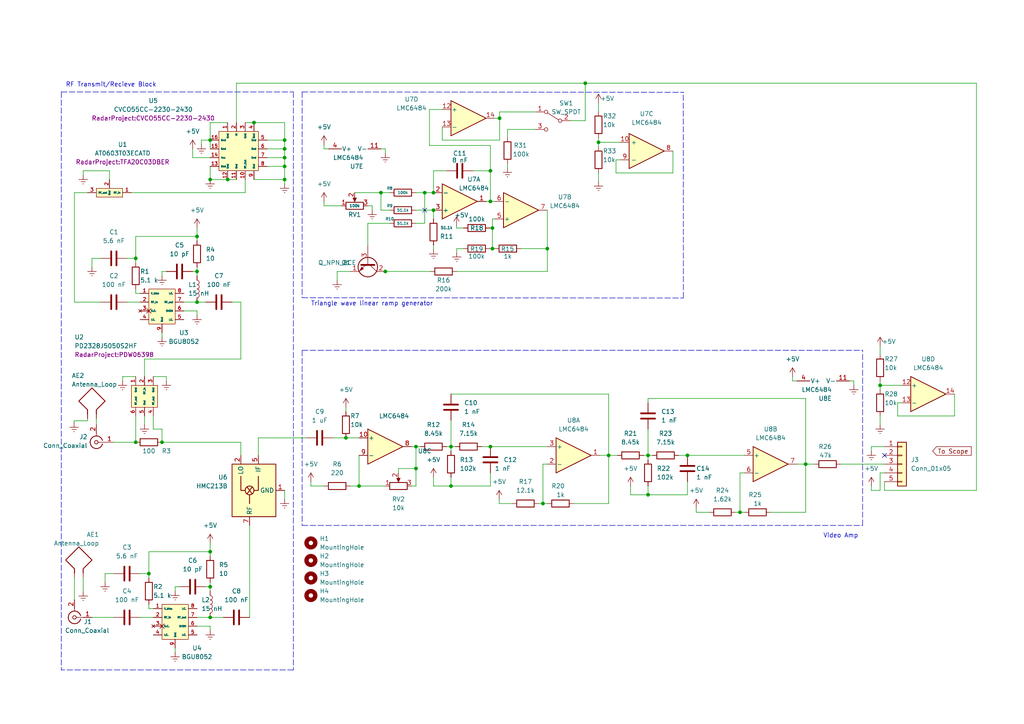
<source format=kicad_sch>
(kicad_sch (version 20211123) (generator eeschema)
  (paper "A4")
  (lib_symbols
    (symbol "Amplifier_Operational:LMC6484" (pin_names (offset 0.127))
      (property "Reference" "U" (at 0 5.08 0))
      (property "Value" "LMC6484" (at 0 -5.08 0))
      (symbol "LMC6484_1_1"
        (pin output line (at 7.62 0 180) (length 2.54) (name "~") (number "1"))
        (pin input line (at -7.62 -2.54 0) (length 2.54) (name "-") (number "2"))
        (pin input line (at -7.62 2.54 0) (length 2.54) (name "+") (number "3"))
      )
      (symbol "LMC6484_2_1"
        (pin input line (at -7.62 2.54 0) (length 2.54) (name "+") (number "5"))
        (pin input line (at -7.62 -2.54 0) (length 2.54) (name "-") (number "6"))
        (pin output line (at 7.62 0 180) (length 2.54) (name "~") (number "7"))
      )
      (symbol "LMC6484_3_1"
        (pin input line (at -7.62 2.54 0) (length 2.54) (name "+") (number "10"))
        (pin output line (at 7.62 0 180) (length 2.54) (name "~") (number "8"))
        (pin input line (at -7.62 -2.54 0) (length 2.54) (name "-") (number "9"))
      )
      (symbol "LMC6484_4_1"
        (pin input line (at -7.62 2.54 0) (length 2.54) (name "+") (number "12"))
        (pin input line (at -7.62 -2.54 0) (length 2.54) (name "-") (number "13"))
        (pin output line (at 7.62 0 180) (length 2.54) (name "~") (number "14"))
      )
      (symbol "LMC6484_5_1"
        (pin power_in line (at -2.54 -7.62 90) (length 3.81) (name "V-") (number "11"))
        (pin power_in line (at -2.54 7.62 270) (length 3.81) (name "V+") (number "4"))
      )
    )
    (symbol "Connector:Conn_Coaxial" (pin_names (offset 1.016) hide)
      (property "Reference" "J" (at 0.254 3.048 0))
      (property "Value" "Conn_Coaxial" (at 2.921 0 90))
      (symbol "Conn_Coaxial_1_1"
        (pin passive line (at -5.08 0 0) (length 2.54) (name "In") (number "1"))
        (pin passive line (at 0 -5.08 90) (length 2.54) (name "Ext") (number "2"))
      )
    )
    (symbol "Connector_Generic:Conn_01x05" (pin_names (offset 1.016) hide)
      (property "Reference" "J" (at 0 7.62 0))
      (property "Value" "Conn_01x05" (at 0 -7.62 0))
      (symbol "Conn_01x05_1_1"
        (pin passive line (at -5.08 5.08 0) (length 3.81) (name "Pin_1") (number "1"))
        (pin passive line (at -5.08 2.54 0) (length 3.81) (name "Pin_2") (number "2"))
        (pin passive line (at -5.08 0 0) (length 3.81) (name "Pin_3") (number "3"))
        (pin passive line (at -5.08 -2.54 0) (length 3.81) (name "Pin_4") (number "4"))
        (pin passive line (at -5.08 -5.08 0) (length 3.81) (name "Pin_5") (number "5"))
      )
    )
    (symbol "Device:Antenna_Loop" (pin_numbers hide) (pin_names (offset 1.016) hide)
      (property "Reference" "AE" (at 1.27 6.35 0))
      (property "Value" "Antenna_Loop" (at 1.27 5.08 0))
      (symbol "Antenna_Loop_1_1"
        (pin input line (at 0 -5.08 90) (length 2.54) (name "~") (number "1"))
        (pin input line (at 2.54 -5.08 90) (length 2.54) (name "~") (number "2"))
      )
    )
    (symbol "Device:C" (pin_numbers hide) (pin_names (offset 0.254))
      (property "Reference" "C" (at 0.635 2.54 0))
      (property "Value" "C" (at 0.635 -2.54 0))
      (symbol "C_1_1"
        (pin passive line (at 0 3.81 270) (length 2.794) (name "~") (number "1"))
        (pin passive line (at 0 -3.81 90) (length 2.794) (name "~") (number "2"))
      )
    )
    (symbol "Device:L" (pin_numbers hide) (pin_names (offset 1.016) hide)
      (property "Reference" "L" (at -1.27 0 90))
      (property "Value" "L" (at 1.905 0 90))
      (symbol "L_1_1"
        (pin passive line (at 0 3.81 270) (length 1.27) (name "1") (number "1"))
        (pin passive line (at 0 -3.81 90) (length 1.27) (name "2") (number "2"))
      )
    )
    (symbol "Device:Opamp_Quad"
      (property "Reference" "U" (at 0 5.08 0))
      (property "Value" "Opamp_Quad" (at 0 -5.08 0))
      (symbol "Opamp_Quad_1_1"
        (pin output line (at 7.62 0 180) (length 2.54) (name "~") (number "1"))
        (pin input line (at -7.62 -2.54 0) (length 2.54) (name "-") (number "2"))
        (pin input line (at -7.62 2.54 0) (length 2.54) (name "+") (number "3"))
      )
      (symbol "Opamp_Quad_2_1"
        (pin input line (at -7.62 2.54 0) (length 2.54) (name "+") (number "5"))
        (pin input line (at -7.62 -2.54 0) (length 2.54) (name "-") (number "6"))
        (pin output line (at 7.62 0 180) (length 2.54) (name "~") (number "7"))
      )
      (symbol "Opamp_Quad_3_1"
        (pin input line (at -7.62 2.54 0) (length 2.54) (name "+") (number "10"))
        (pin output line (at 7.62 0 180) (length 2.54) (name "~") (number "8"))
        (pin input line (at -7.62 -2.54 0) (length 2.54) (name "-") (number "9"))
      )
      (symbol "Opamp_Quad_4_1"
        (pin input line (at -7.62 2.54 0) (length 2.54) (name "+") (number "12"))
        (pin input line (at -7.62 -2.54 0) (length 2.54) (name "-") (number "13"))
        (pin output line (at 7.62 0 180) (length 2.54) (name "~") (number "14"))
      )
      (symbol "Opamp_Quad_5_1"
        (pin power_in line (at -2.54 -7.62 90) (length 3.81) (name "V-") (number "11"))
        (pin power_in line (at -2.54 7.62 270) (length 3.81) (name "V+") (number "4"))
      )
    )
    (symbol "Device:Q_NPN_BCE" (pin_names (offset 0) hide)
      (property "Reference" "Q1" (at 0 -6.35 90))
      (property "Value" "Q_NPN_BCE" (at 0 -8.89 90))
      (symbol "Q_NPN_BCE_1_1"
        (pin passive line (at 2.54 -5.08 90) (length 2.54) (name "E") (number "1"))
        (pin passive line (at 2.54 5.08 270) (length 2.54) (name "C") (number "2"))
        (pin input line (at -5.08 0 0) (length 5.715) (name "B") (number "3"))
      )
    )
    (symbol "Device:R" (pin_numbers hide) (pin_names (offset 0))
      (property "Reference" "R" (at 2.032 0 90))
      (property "Value" "R" (at 0 0 90))
      (symbol "R_1_1"
        (pin passive line (at 0 3.81 270) (length 1.27) (name "~") (number "1"))
        (pin passive line (at 0 -3.81 90) (length 1.27) (name "~") (number "2"))
      )
    )
    (symbol "Device:R_Potentiometer" (pin_names (offset 1.016) hide)
      (property "Reference" "RV" (at -4.445 0 90))
      (property "Value" "R_Potentiometer" (at -2.54 0 90))
      (symbol "R_Potentiometer_1_1"
        (pin passive line (at 0 3.81 270) (length 1.27) (name "1") (number "1"))
        (pin passive line (at 3.81 0 180) (length 1.27) (name "2") (number "2"))
        (pin passive line (at 0 -3.81 90) (length 1.27) (name "3") (number "3"))
      )
    )
    (symbol "Mechanical:MountingHole" (pin_names (offset 1.016))
      (property "Reference" "H" (at 0 5.08 0))
      (property "Value" "MountingHole" (at 0 3.175 0))
    )
    (symbol "RF_Mixer:HMC213B"
      (property "Reference" "U" (at -6.35 8.89 0))
      (property "Value" "HMC213B" (at 5.08 8.89 0))
      (symbol "HMC213B_1_1"
        (pin power_in line (at 0 -7.62 90) (length 2.54) (name "GND") (number "1"))
        (pin passive line (at -10.16 5.08 0) (length 2.54) (name "LO") (number "2"))
        (pin passive line (at 0 -7.62 90) (length 2.54) hide (name "GND") (number "3"))
        (pin no_connect line (at 5.08 -5.08 90) (length 2.54) hide (name "NC") (number "4"))
        (pin passive line (at -10.16 0 0) (length 2.54) (name "IF") (number "5"))
        (pin passive line (at 0 -7.62 90) (length 2.54) hide (name "GND") (number "6"))
        (pin passive line (at 10.16 2.54 180) (length 2.54) (name "RF") (number "7"))
        (pin passive line (at 0 -7.62 90) (length 2.54) hide (name "GND") (number "8"))
      )
    )
    (symbol "RadarProject:AT0603T03ECATD"
      (property "Reference" "U" (at 0 5.08 0))
      (property "Value" "AT0603T03ECATD" (at 0 7.62 0))
      (property "Footprint" "RadarProject:TFA20C03DBER" (at 0 10.16 0))
      (symbol "AT0603T03ECATD_1_1"
        (pin input line (at -2.54 -1.27 0) (length 2.54) (name "RF_in") (number "1"))
        (pin power_in line (at 3.81 -5.08 90) (length 2.54) (name "Gnd") (number "2"))
        (pin output line (at 10.16 -1.27 180) (length 2.54) (name "RF_out") (number "3"))
      )
    )
    (symbol "RadarProject:BGU8052"
      (property "Reference" "U" (at 0 5.08 0))
      (property "Value" "BGU8052" (at 0 7.62 0))
      (symbol "BGU8052_1_1"
        (pin input line (at -2.54 -1.27 0) (length 2.54) (name "V_bias") (number "1"))
        (pin input line (at -2.54 -3.81 0) (length 2.54) (name "RF_in") (number "2"))
        (pin no_connect non_logic (at -2.54 -6.35 0) (length 2.54) (name "N.C.") (number "3"))
        (pin free line (at -2.54 -8.89 0) (length 2.54) (name "I.C.") (number "4"))
        (pin free line (at 10.16 -8.89 180) (length 2.54) (name "I.C.") (number "5"))
        (pin input line (at 10.16 -6.35 180) (length 2.54) (name "SHDN") (number "6"))
        (pin output line (at 10.16 -3.81 180) (length 2.54) (name "RF_out") (number "7"))
        (pin free line (at 10.16 -1.27 180) (length 2.54) (name "I.C.") (number "8"))
        (pin power_in line (at 3.81 -12.7 90) (length 2.54) (name "Gnd") (number "9"))
      )
    )
    (symbol "RadarProject:CVCO55CC-2230-2430"
      (property "Reference" "U" (at 0 11.43 0))
      (property "Value" "CVCO55CC-2230-2430" (at 0 13.97 0))
      (property "Footprint" "RadarProject:CVCO55CC-2230-2430" (at 0 16.51 0))
      (symbol "CVCO55CC-2230-2430_1_1"
        (pin power_in line (at 2.54 2.54 270) (length 2.54) (name "Gnd") (number "1"))
        (pin output line (at 7.62 -13.97 90) (length 2.54) (name "RF_Out") (number "10"))
        (pin power_in line (at 5.08 -13.97 90) (length 2.54) (name "Gnd") (number "11"))
        (pin power_in line (at 2.54 -13.97 90) (length 2.54) (name "Gnd") (number "12"))
        (pin power_in line (at -2.54 -10.16 0) (length 2.54) (name "Gnd") (number "13"))
        (pin power_in line (at -2.54 -7.62 0) (length 2.54) (name "Vcc") (number "14"))
        (pin power_in line (at -2.54 -5.08 0) (length 2.54) (name "Gnd") (number "15"))
        (pin power_in line (at -2.54 -2.54 0) (length 2.54) (name "Gnd") (number "16"))
        (pin input line (at 5.08 2.54 270) (length 2.54) (name "Vt") (number "2"))
        (pin power_in line (at 7.62 2.54 270) (length 2.54) (name "Gnd") (number "3"))
        (pin power_in line (at 10.16 2.54 270) (length 2.54) (name "Gnd") (number "4"))
        (pin power_in line (at 13.97 -2.54 180) (length 2.54) (name "Gnd") (number "5"))
        (pin power_in line (at 13.97 -5.08 180) (length 2.54) (name "Gnd") (number "6"))
        (pin power_in line (at 13.97 -7.62 180) (length 2.54) (name "Gnd") (number "7"))
        (pin power_in line (at 13.97 -10.16 180) (length 2.54) (name "") (number "8"))
        (pin power_in line (at 10.16 -13.97 90) (length 2.54) (name "Gnd") (number "9"))
      )
    )
    (symbol "RadarProject:PD2328J5050S2HF"
      (property "Reference" "U" (at 0 16.51 0))
      (property "Value" "PD2328J5050S2HF" (at 0 19.05 0))
      (property "Footprint" "RadarProject:PDW06398" (at 0 21.59 0))
      (symbol "PD2328J5050S2HF_1_1"
        (pin power_in line (at 1.27 2.54 270) (length 2.54) (name "Gnd") (number "1"))
        (pin input line (at 3.81 2.54 270) (length 2.54) (name "RF_in") (number "2"))
        (pin power_in line (at 6.35 2.54 270) (length 2.54) (name "Gnd") (number "3"))
        (pin output line (at 6.35 -8.89 90) (length 2.54) (name "RF_out") (number "4"))
        (pin power_in line (at 3.81 -8.89 90) (length 2.54) (name "Gnd") (number "5"))
        (pin output line (at 1.27 -8.89 90) (length 2.54) (name "RF_out") (number "6"))
      )
    )
    (symbol "Switch:SW_SPDT" (pin_names (offset 0) hide)
      (property "Reference" "SW" (at 0 4.318 0))
      (property "Value" "SW_SPDT" (at 0 -5.08 0))
      (symbol "SW_SPDT_1_1"
        (pin passive line (at 5.08 2.54 180) (length 2.54) (name "A") (number "1"))
        (pin passive line (at -5.08 0 0) (length 2.54) (name "B") (number "2"))
        (pin passive line (at 5.08 -2.54 180) (length 2.54) (name "C") (number "3"))
      )
    )
    (symbol "power:+5V" (power) (pin_names (offset 0))
      (property "Value" "+5V" (at 0 3.556 0))
      (symbol "+5V_1_1"
        (pin power_in line (at 0 0 90) (length 0) hide (name "+5V") (number "1"))
      )
    )
    (symbol "power:Earth" (power) (pin_names (offset 0))
      (symbol "Earth_1_1"
        (pin power_in line (at 0 0 270) (length 0) hide (name "Earth") (number "1"))
      )
    )
  )
  (junction (at 187.96 132.08))
  (junction (at 60.96 170.18))
  (junction (at 142.8242 72.1106))
  (junction (at 60.96 179.07))
  (junction (at 142.24 129.54))
  (junction (at 46.99 128.27))
  (junction (at 60.96 160.02))
  (junction (at 158.75 72.1106))
  (junction (at 176.53 132.08))
  (junction (at 233.68 134.62))
  (junction (at 169.7482 24.13))
  (junction (at 123.19 55.88))
  (junction (at 157.48 146.05))
  (junction (at 57.15 78.74))
  (junction (at 130.81 129.54))
  (junction (at 187.96 143.51))
  (junction (at 144.907 34.29))
  (junction (at 110.49 55.88))
  (junction (at 82.55 45.72))
  (junction (at 255.27 111.76))
  (junction (at 57.15 68.58))
  (junction (at 82.55 43.18))
  (junction (at 66.04 52.07))
  (junction (at 214.63 148.59))
  (junction (at 142.8242 66.1416))
  (junction (at 125.73 55.88))
  (junction (at 125.73 60.96))
  (junction (at 142.24 58.42))
  (junction (at 142.24 49.53))
  (junction (at 73.66 35.56))
  (junction (at 199.39 132.08))
  (junction (at 120.65 135.89))
  (junction (at 111.76 78.74))
  (junction (at 57.15 87.63))
  (junction (at 130.81 140.97))
  (junction (at 173.5836 41.275))
  (junction (at 39.37 128.27))
  (junction (at 120.65 129.54))
  (junction (at 43.18 166.37))
  (junction (at 39.37 74.93))
  (junction (at 82.55 52.07))
  (junction (at 82.55 48.26))
  (junction (at 100.33 127))
  (junction (at 60.96 52.07))
  (junction (at 82.55 40.64))
  (junction (at 104.14 140.97))
  (junction (at 60.96 40.64))
  (no_connect (at 123.19 60.96))
  (no_connect (at 256.54 132.08))
  (wire (pts (xy 173.99 132.08) (xy 176.53 132.08)))
  (wire (pts (xy 46.99 78.74) (xy 48.26 78.74)))
  (wire (pts (xy 39.37 83.82) (xy 39.37 85.09)))
  (wire (pts (xy 129.54 49.53) (xy 125.73 49.53)))
  (wire (pts (xy 247.65 110.49) (xy 246.38 110.49)))
  (wire (pts (xy 46.99 80.01) (xy 46.99 78.74)))
  (wire (pts (xy 27.94 121.412) (xy 27.94 123.19)))
  (wire (pts (xy 169.7482 35.0012) (xy 169.7482 24.13)))
  (wire (pts (xy 111.76 140.97) (xy 104.14 140.97)))
  (wire (pts (xy 25.4 122.047) (xy 21.4884 122.047)))
  (wire (pts (xy 157.48 134.62) (xy 158.75 134.62)))
  (wire (pts (xy 130.81 129.54) (xy 132.08 129.54)))
  (wire (pts (xy 59.69 170.18) (xy 60.96 170.18)))
  (wire (pts (xy 21.4884 122.047) (xy 21.4884 122.6566)))
  (polyline (pts (xy 85.09 26.67) (xy 85.09 194.31)))
  (wire (pts (xy 57.15 68.58) (xy 39.37 68.58)))
  (wire (pts (xy 128.27 36.83) (xy 128.27 40.64)))
  (wire (pts (xy 33.02 128.27) (xy 39.37 128.27)))
  (wire (pts (xy 93.98 140.97) (xy 90.17 140.97)))
  (wire (pts (xy 144.907 32.4612) (xy 144.907 34.29)))
  (wire (pts (xy 39.37 120.65) (xy 39.37 128.27)))
  (wire (pts (xy 130.81 114.3) (xy 176.53 114.3)))
  (wire (pts (xy 68.58 24.13) (xy 68.58 35.56)))
  (wire (pts (xy 60.96 160.02) (xy 43.18 160.02)))
  (wire (pts (xy 255.27 110.49) (xy 255.27 111.76)))
  (wire (pts (xy 111.76 43.18) (xy 110.49 43.18)))
  (wire (pts (xy 24.13 49.53) (xy 31.75 49.53)))
  (wire (pts (xy 44.45 124.46) (xy 46.99 124.46)))
  (wire (pts (xy 155.3464 37.5412) (xy 147.193 37.5412)))
  (wire (pts (xy 199.39 132.08) (xy 215.9 132.08)))
  (wire (pts (xy 142.24 137.16) (xy 142.24 140.97)))
  (wire (pts (xy 82.55 35.56) (xy 82.55 40.64)))
  (wire (pts (xy 124.5616 42.1894) (xy 142.24 42.1894)))
  (wire (pts (xy 132.461 72.1106) (xy 132.461 73.2536)))
  (wire (pts (xy 173.5836 29.845) (xy 173.5836 32.385)))
  (wire (pts (xy 139.7 129.54) (xy 142.24 129.54)))
  (wire (pts (xy 60.96 45.72) (xy 55.88 45.72)))
  (wire (pts (xy 93.98 41.91) (xy 93.98 43.18)))
  (wire (pts (xy 82.55 40.64) (xy 82.55 43.18)))
  (wire (pts (xy 123.19 64.77) (xy 123.19 55.88)))
  (wire (pts (xy 96.52 127) (xy 100.33 127)))
  (wire (pts (xy 132.461 78.74) (xy 158.75 78.74)))
  (wire (pts (xy 58.42 40.64) (xy 60.96 40.64)))
  (wire (pts (xy 60.96 182.88) (xy 60.96 181.61)))
  (wire (pts (xy 77.47 40.64) (xy 82.55 40.64)))
  (wire (pts (xy 67.31 87.63) (xy 69.85 87.63)))
  (wire (pts (xy 201.93 148.59) (xy 201.93 147.32)))
  (wire (pts (xy 173.5836 41.275) (xy 179.9336 41.275)))
  (wire (pts (xy 60.96 48.26) (xy 60.96 52.07)))
  (wire (pts (xy 187.96 143.51) (xy 199.39 143.51)))
  (wire (pts (xy 187.96 143.51) (xy 182.88 143.51)))
  (wire (pts (xy 82.55 45.72) (xy 82.55 48.26)))
  (wire (pts (xy 60.96 168.91) (xy 60.96 170.18)))
  (polyline (pts (xy 87.63 101.6) (xy 87.63 152.4)))
  (wire (pts (xy 57.15 90.17) (xy 53.34 90.17)))
  (wire (pts (xy 90.17 140.97) (xy 90.17 139.7)))
  (wire (pts (xy 199.39 139.7) (xy 199.39 143.51)))
  (wire (pts (xy 113.03 64.77) (xy 106.68 64.77)))
  (wire (pts (xy 213.36 148.59) (xy 214.63 148.59)))
  (wire (pts (xy 102.87 55.88) (xy 110.49 55.88)))
  (wire (pts (xy 24.13 50.8) (xy 24.13 49.53)))
  (wire (pts (xy 39.37 74.93) (xy 39.37 76.2)))
  (wire (pts (xy 36.83 87.63) (xy 40.64 87.63)))
  (wire (pts (xy 205.74 148.59) (xy 201.93 148.59)))
  (wire (pts (xy 57.15 69.85) (xy 57.15 68.58)))
  (wire (pts (xy 255.27 137.16) (xy 255.27 142.24)))
  (wire (pts (xy 229.87 110.49) (xy 231.14 110.49)))
  (wire (pts (xy 255.27 111.76) (xy 261.62 111.76)))
  (wire (pts (xy 29.21 74.93) (xy 26.67 74.93)))
  (wire (pts (xy 46.99 124.46) (xy 46.99 128.27)))
  (wire (pts (xy 233.68 134.62) (xy 236.22 134.62)))
  (wire (pts (xy 21.59 55.88) (xy 21.59 87.63)))
  (wire (pts (xy 260.35 116.84) (xy 260.35 120.65)))
  (wire (pts (xy 142.24 49.53) (xy 142.24 58.42)))
  (wire (pts (xy 71.12 55.88) (xy 38.1 55.88)))
  (wire (pts (xy 77.47 43.18) (xy 82.55 43.18)))
  (wire (pts (xy 113.03 60.96) (xy 110.49 60.96)))
  (wire (pts (xy 195.1736 43.815) (xy 195.1736 50.165)))
  (wire (pts (xy 72.39 152.4) (xy 72.39 179.07)))
  (wire (pts (xy 276.86 114.3) (xy 276.86 120.65)))
  (wire (pts (xy 132.4102 66.1416) (xy 134.4422 66.1416)))
  (wire (pts (xy 50.8 187.96) (xy 50.8 189.23)))
  (wire (pts (xy 255.27 142.24) (xy 252.73 142.24)))
  (wire (pts (xy 60.96 35.56) (xy 60.96 40.64)))
  (wire (pts (xy 196.85 132.08) (xy 199.39 132.08)))
  (wire (pts (xy 140.97 58.42) (xy 142.24 58.42)))
  (wire (pts (xy 158.75 60.96) (xy 158.75 72.1106)))
  (wire (pts (xy 255.27 120.65) (xy 255.27 123.19)))
  (wire (pts (xy 21.59 87.63) (xy 29.21 87.63)))
  (wire (pts (xy 187.96 116.84) (xy 187.96 115.57)))
  (wire (pts (xy 125.73 49.53) (xy 125.73 55.88)))
  (wire (pts (xy 252.73 129.54) (xy 252.73 130.81)))
  (wire (pts (xy 43.18 166.37) (xy 43.18 167.64)))
  (wire (pts (xy 252.73 140.97) (xy 252.73 142.24)))
  (wire (pts (xy 130.81 140.97) (xy 142.24 140.97)))
  (wire (pts (xy 53.34 87.63) (xy 57.15 87.63)))
  (wire (pts (xy 124.5616 31.75) (xy 124.5616 42.1894)))
  (polyline (pts (xy 87.63 86.36) (xy 198.2216 86.4362)))
  (wire (pts (xy 128.27 40.64) (xy 144.907 40.64)))
  (wire (pts (xy 35.56 110.49) (xy 35.56 109.22)))
  (wire (pts (xy 82.55 48.26) (xy 82.55 52.07)))
  (wire (pts (xy 111.7346 78.74) (xy 111.76 78.74)))
  (polyline (pts (xy 87.63 152.4) (xy 250.19 152.4)))
  (wire (pts (xy 58.42 41.91) (xy 58.42 40.64)))
  (wire (pts (xy 55.88 45.72) (xy 55.88 43.18)))
  (wire (pts (xy 176.53 132.08) (xy 176.53 146.05)))
  (wire (pts (xy 125.73 71.12) (xy 125.73 72.39)))
  (wire (pts (xy 260.35 120.65) (xy 276.86 120.65)))
  (wire (pts (xy 186.69 132.08) (xy 187.96 132.08)))
  (wire (pts (xy 143.51 63.5) (xy 142.8242 63.5)))
  (wire (pts (xy 151.1046 72.1106) (xy 158.75 72.1106)))
  (wire (pts (xy 214.63 148.59) (xy 215.9 148.59)))
  (wire (pts (xy 132.4102 65.4558) (xy 132.4102 66.1416)))
  (wire (pts (xy 74.93 127) (xy 88.9 127)))
  (polyline (pts (xy 87.63 26.67) (xy 198.2724 26.7716)))
  (wire (pts (xy 93.98 58.42) (xy 93.98 59.69)))
  (wire (pts (xy 158.75 72.1106) (xy 158.75 78.74)))
  (polyline (pts (xy 17.78 26.67) (xy 85.09 26.67)))
  (wire (pts (xy 120.65 55.88) (xy 123.19 55.88)))
  (wire (pts (xy 173.5836 40.005) (xy 173.5836 41.275)))
  (wire (pts (xy 111.76 78.74) (xy 124.841 78.74)))
  (wire (pts (xy 106.68 59.69) (xy 107.95 59.69)))
  (wire (pts (xy 173.5836 41.275) (xy 173.5836 42.545)))
  (wire (pts (xy 123.19 55.88) (xy 125.73 55.88)))
  (wire (pts (xy 120.65 140.97) (xy 119.38 140.97)))
  (wire (pts (xy 155.3464 32.4612) (xy 144.907 32.4612)))
  (wire (pts (xy 69.85 132.08) (xy 69.85 128.27)))
  (wire (pts (xy 66.04 52.07) (xy 68.58 52.07)))
  (wire (pts (xy 60.96 170.18) (xy 60.96 171.45)))
  (wire (pts (xy 137.16 49.53) (xy 142.24 49.53)))
  (wire (pts (xy 134.4422 72.1106) (xy 132.461 72.1106)))
  (wire (pts (xy 144.907 34.29) (xy 143.51 34.29)))
  (wire (pts (xy 233.68 115.57) (xy 233.68 134.62)))
  (wire (pts (xy 176.53 132.08) (xy 179.07 132.08)))
  (wire (pts (xy 147.193 47.4726) (xy 147.193 48.7426)))
  (wire (pts (xy 24.13 167.513) (xy 24.13 171.6024)))
  (wire (pts (xy 26.67 74.93) (xy 26.67 77.47)))
  (wire (pts (xy 101.6 78.74) (xy 97.79 78.74)))
  (wire (pts (xy 130.81 121.92) (xy 130.81 129.54)))
  (wire (pts (xy 57.15 179.07) (xy 60.96 179.07)))
  (wire (pts (xy 169.7482 24.13) (xy 283.21 24.13)))
  (wire (pts (xy 60.96 52.07) (xy 66.04 52.07)))
  (wire (pts (xy 187.96 140.97) (xy 187.96 143.51)))
  (wire (pts (xy 43.18 175.26) (xy 43.18 176.53)))
  (wire (pts (xy 33.02 166.37) (xy 30.48 166.37)))
  (wire (pts (xy 82.55 43.18) (xy 82.55 45.72)))
  (polyline (pts (xy 87.63 101.6) (xy 250.19 101.6)))
  (wire (pts (xy 223.52 148.59) (xy 233.68 148.59)))
  (wire (pts (xy 130.81 138.43) (xy 130.81 140.97)))
  (wire (pts (xy 50.8 170.18) (xy 52.07 170.18)))
  (wire (pts (xy 142.0622 72.1106) (xy 142.8242 72.1106)))
  (wire (pts (xy 256.54 139.7) (xy 256.54 142.24)))
  (wire (pts (xy 147.193 37.5412) (xy 147.193 39.8526)))
  (wire (pts (xy 57.15 91.44) (xy 57.15 90.17)))
  (wire (pts (xy 43.18 160.02) (xy 43.18 166.37)))
  (polyline (pts (xy 87.63 26.67) (xy 87.63 86.36)))
  (wire (pts (xy 214.63 137.16) (xy 214.63 148.59)))
  (wire (pts (xy 111.76 43.18) (xy 111.76 44.45)))
  (wire (pts (xy 50.8 171.45) (xy 50.8 170.18)))
  (polyline (pts (xy 198.2216 86.36) (xy 198.1708 26.7716)))
  (wire (pts (xy 182.88 140.97) (xy 182.88 143.51)))
  (wire (pts (xy 100.33 127) (xy 104.14 127)))
  (wire (pts (xy 187.96 115.57) (xy 233.68 115.57)))
  (wire (pts (xy 179.9336 46.355) (xy 178.6636 46.355)))
  (wire (pts (xy 229.87 109.22) (xy 229.87 110.49)))
  (wire (pts (xy 233.68 134.62) (xy 233.68 148.59)))
  (wire (pts (xy 44.45 176.53) (xy 43.18 176.53)))
  (wire (pts (xy 35.56 109.22) (xy 39.37 109.22)))
  (wire (pts (xy 40.64 179.07) (xy 44.45 179.07)))
  (polyline (pts (xy 85.09 194.31) (xy 17.78 194.31)))
  (wire (pts (xy 71.12 35.56) (xy 73.66 35.56)))
  (wire (pts (xy 142.24 129.54) (xy 158.75 129.54)))
  (wire (pts (xy 69.85 104.14) (xy 41.91 104.14)))
  (wire (pts (xy 60.96 40.64) (xy 60.96 43.18)))
  (wire (pts (xy 243.84 134.62) (xy 256.54 134.62)))
  (wire (pts (xy 261.62 116.84) (xy 260.35 116.84)))
  (wire (pts (xy 21.59 167.513) (xy 21.59 173.99)))
  (wire (pts (xy 157.48 146.05) (xy 158.75 146.05)))
  (wire (pts (xy 104.14 140.97) (xy 104.14 132.08)))
  (wire (pts (xy 142.24 58.42) (xy 143.51 58.42)))
  (wire (pts (xy 256.54 142.24) (xy 283.21 142.24)))
  (wire (pts (xy 74.93 132.08) (xy 74.93 127)))
  (wire (pts (xy 66.04 35.56) (xy 60.96 35.56)))
  (wire (pts (xy 120.65 135.89) (xy 120.65 140.97)))
  (wire (pts (xy 46.99 96.52) (xy 46.99 97.79)))
  (wire (pts (xy 71.12 52.07) (xy 71.12 55.88)))
  (wire (pts (xy 25.4 55.88) (xy 21.59 55.88)))
  (wire (pts (xy 255.27 111.76) (xy 255.27 113.03)))
  (wire (pts (xy 97.79 78.74) (xy 97.79 81.28)))
  (wire (pts (xy 69.85 128.27) (xy 46.99 128.27)))
  (wire (pts (xy 93.98 59.69) (xy 99.06 59.69)))
  (wire (pts (xy 178.6636 50.165) (xy 195.1736 50.165)))
  (wire (pts (xy 125.73 60.96) (xy 125.73 63.5)))
  (wire (pts (xy 119.38 129.54) (xy 120.65 129.54)))
  (wire (pts (xy 48.26 109.22) (xy 48.26 110.49)))
  (wire (pts (xy 60.96 179.07) (xy 64.77 179.07)))
  (wire (pts (xy 44.45 109.22) (xy 48.26 109.22)))
  (wire (pts (xy 130.81 140.97) (xy 125.73 140.97)))
  (wire (pts (xy 144.907 34.29) (xy 144.907 40.64)))
  (wire (pts (xy 256.54 129.54) (xy 252.73 129.54)))
  (wire (pts (xy 82.55 48.26) (xy 77.47 48.26)))
  (wire (pts (xy 25.4 121.412) (xy 25.4 122.047)))
  (wire (pts (xy 93.98 43.18) (xy 95.25 43.18)))
  (wire (pts (xy 41.91 120.65) (xy 41.91 123.19)))
  (wire (pts (xy 100.33 118.11) (xy 100.33 119.38)))
  (wire (pts (xy 73.66 35.56) (xy 82.55 35.56)))
  (wire (pts (xy 120.65 60.96) (xy 125.73 60.96)))
  (wire (pts (xy 130.81 129.54) (xy 130.81 130.81)))
  (polyline (pts (xy 250.19 152.4) (xy 250.19 101.6)))
  (wire (pts (xy 82.55 52.07) (xy 82.55 53.34)))
  (wire (pts (xy 214.63 137.16) (xy 215.9 137.16)))
  (wire (pts (xy 31.75 49.53) (xy 31.75 52.07)))
  (wire (pts (xy 148.59 146.05) (xy 144.78 146.05)))
  (wire (pts (xy 173.5836 50.165) (xy 173.5836 52.705)))
  (wire (pts (xy 157.48 134.62) (xy 157.48 146.05)))
  (wire (pts (xy 125.73 138.43) (xy 125.73 140.97)))
  (wire (pts (xy 142.24 42.1894) (xy 142.24 49.53)))
  (wire (pts (xy 142.0622 66.1416) (xy 142.8242 66.1416)))
  (wire (pts (xy 110.49 60.96) (xy 110.49 55.88)))
  (wire (pts (xy 77.47 45.72) (xy 82.55 45.72)))
  (wire (pts (xy 187.96 132.08) (xy 189.23 132.08)))
  (wire (pts (xy 57.15 78.74) (xy 57.15 80.01)))
  (wire (pts (xy 165.5064 35.0012) (xy 169.7482 35.0012)))
  (wire (pts (xy 142.8242 63.5) (xy 142.8242 66.1416)))
  (wire (pts (xy 283.21 142.24) (xy 283.21 24.13)))
  (wire (pts (xy 60.96 161.29) (xy 60.96 160.02)))
  (wire (pts (xy 101.6 140.97) (xy 104.14 140.97)))
  (wire (pts (xy 110.49 55.88) (xy 113.03 55.88)))
  (wire (pts (xy 73.66 52.07) (xy 82.55 52.07)))
  (polyline (pts (xy 17.78 26.67) (xy 17.78 194.31)))
  (wire (pts (xy 44.45 120.65) (xy 44.45 124.46)))
  (wire (pts (xy 40.64 85.09) (xy 39.37 85.09)))
  (wire (pts (xy 82.55 142.24) (xy 82.55 144.78)))
  (wire (pts (xy 231.14 134.62) (xy 233.68 134.62)))
  (wire (pts (xy 26.67 179.07) (xy 33.02 179.07)))
  (wire (pts (xy 55.88 78.74) (xy 57.15 78.74)))
  (wire (pts (xy 129.54 129.54) (xy 130.81 129.54)))
  (wire (pts (xy 156.21 146.05) (xy 157.48 146.05)))
  (wire (pts (xy 69.85 87.63) (xy 69.85 104.14)))
  (wire (pts (xy 255.27 100.33) (xy 255.27 102.87)))
  (wire (pts (xy 247.65 111.76) (xy 247.65 110.49)))
  (wire (pts (xy 41.91 104.14) (xy 41.91 109.22)))
  (wire (pts (xy 178.6636 46.355) (xy 178.6636 50.165)))
  (wire (pts (xy 30.48 166.37) (xy 30.48 168.91)))
  (wire (pts (xy 144.78 146.05) (xy 144.78 144.78)))
  (wire (pts (xy 176.53 114.3) (xy 176.53 132.08)))
  (wire (pts (xy 115.57 135.89) (xy 120.65 135.89)))
  (wire (pts (xy 43.18 166.37) (xy 40.64 166.37)))
  (wire (pts (xy 115.57 137.16) (xy 115.57 135.89)))
  (wire (pts (xy 128.27 31.75) (xy 124.5616 31.75)))
  (wire (pts (xy 68.58 24.13) (xy 169.7482 24.13)))
  (wire (pts (xy 187.96 124.46) (xy 187.96 132.08)))
  (wire (pts (xy 142.8242 66.1416) (xy 142.8242 72.1106)))
  (wire (pts (xy 187.96 132.08) (xy 187.96 133.35)))
  (wire (pts (xy 39.37 74.93) (xy 36.83 74.93)))
  (wire (pts (xy 142.8242 72.1106) (xy 143.4846 72.1106)))
  (wire (pts (xy 60.96 157.48) (xy 60.96 160.02)))
  (wire (pts (xy 166.37 146.05) (xy 176.53 146.05)))
  (wire (pts (xy 120.65 64.77) (xy 123.19 64.77)))
  (wire (pts (xy 120.65 129.54) (xy 120.65 135.89)))
  (wire (pts (xy 57.15 77.47) (xy 57.15 78.74)))
  (wire (pts (xy 106.68 64.77) (xy 106.68 71.12)))
  (wire (pts (xy 120.65 129.54) (xy 121.92 129.54)))
  (wire (pts (xy 107.95 59.69) (xy 107.95 60.96)))
  (wire (pts (xy 57.15 87.63) (xy 59.69 87.63)))
  (wire (pts (xy 256.54 137.16) (xy 255.27 137.16)))
  (wire (pts (xy 39.37 68.58) (xy 39.37 74.93)))
  (wire (pts (xy 60.96 181.61) (xy 57.15 181.61)))
  (wire (pts (xy 57.15 66.04) (xy 57.15 68.58)))
  (text "RF Transmit/Recieve Block" (at 19.05 25.4 0) (effects (font (size 1.27 1.27)) (justify left bottom)))
  (text "Triangle wave linear ramp generator" (at 90.17 88.9 0) (effects (font (size 1.27 1.27)) (justify left bottom)))
  (text "Video Amp" (at 238.76 156.21 0) (effects (font (size 1.27 1.27)) (justify left bottom)))
  (global_label "To Scope" (shape input) (at 270.51 130.81 0) (property "Intersheet References" "${INTERSHEET_REFS}" (effects hide)))
  (symbol (lib_id "power:Earth") (at 30.48 168.91 0) (unit 1)
    (property "Reference" "#PWR03" (effects hide))
    (property "Value" "Earth" (effects hide))
  )
  (symbol (lib_id "power:Earth") (at 24.13 171.6024 0) (mirror y) (unit 1)
    (property "Reference" "#PWR041" (effects hide))
    (property "Value" "Earth" (effects hide))
  )
  (symbol (lib_id "power:Earth") (at 107.95 60.96 0) (unit 1)
    (property "Reference" "#PWR021" (effects hide))
    (property "Value" "Earth" (effects hide))
  )
  (symbol (lib_id "Device:R") (at 147.193 43.6626 0) (unit 1)
    (property "Reference" "R31" (at 150.9268 42.164 0))
    (property "Value" "100k" (at 151.1554 44.7294 0))
    (property "Footprint" "Resistor_SMD:R_0805_2012Metric" (effects hide))
  )
  (symbol (lib_id "Switch:SW_SPDT") (at 160.4264 35.0012 0) (mirror y) (unit 1)
    (property "Reference" "SW1" (at 164.2364 29.9212 0))
    (property "Value" "SW_SPDT" (at 164.2364 32.4612 0))
    (property "Footprint" "Button_Switch_THT:SW_Slide_1P2T_CK_OS102011MS2Q" (effects hide))
  )
  (symbol (lib_id "Device:C") (at 33.02 74.93 90) (unit 1)
    (property "Reference" "C1" (at 33.02 67.31 90))
    (property "Value" "5.6 nF" (at 33.02 69.85 90))
    (property "Footprint" "Capacitor_SMD:C_0805_2012Metric" (effects hide))
  )
  (symbol (lib_id "power:+5V") (at 132.4102 65.4558 0) (mirror y) (unit 1)
    (property "Reference" "#PWR026" (effects hide))
    (property "Value" "+5V" (at 133.858 62.4078 0))
  )
  (symbol (lib_id "Device:R_Potentiometer") (at 115.57 140.97 90) (unit 1)
    (property "Reference" "RV2" (at 115.57 144.78 90))
    (property "Value" "10k" (at 115.57 147.32 90))
    (property "Footprint" "Potentiometer_THT:Potentiometer_Bourns_3296W_Vertical" (effects hide))
  )
  (symbol (lib_id "power:+5V") (at 201.93 147.32 0) (unit 1)
    (property "Reference" "#PWR030" (effects hide))
    (property "Value" "+5V" (at 201.93 142.24 0))
  )
  (symbol (lib_id "Device:R") (at 116.84 60.96 90) (unit 1)
    (property "Reference" "R9" (at 113.03 59.69 90) (effects (font (size 0.8 0.8))))
    (property "Value" "51.1k" (at 116.84 60.96 90) (effects (font (size 0.8 0.8))))
    (property "Footprint" "Resistor_SMD:R_0805_2012Metric" (effects hide))
  )
  (symbol (lib_id "Amplifier_Operational:LMC6484") (at 133.35 58.42 0) (mirror x) (unit 1)
    (property "Reference" "U7" (at 137.4648 52.0192 0))
    (property "Value" "LMC6484" (at 137.4648 54.5592 0))
    (property "Footprint" "Package_SO:SOIC-14_3.9x8.7mm_P1.27mm" (effects hide))
    (property "Datasheet" "http://www.ti.com/lit/ds/symlink/lmc6484.pdf" (effects hide))
  )
  (symbol (lib_id "power:+5V") (at 93.98 58.42 0) (unit 1)
    (property "Reference" "#PWR017" (effects hide))
    (property "Value" "+5V" (at 93.98 53.34 0))
  )
  (symbol (lib_id "power:+5V") (at 173.5836 29.845 0) (unit 1)
    (property "Reference" "#PWR038" (effects hide))
    (property "Value" "+5V" (at 176.1236 28.575 0))
  )
  (symbol (lib_id "power:Earth") (at 60.96 182.88 0) (unit 1)
    (property "Reference" "#PWR013" (effects hide))
    (property "Value" "Earth" (effects hide))
  )
  (symbol (lib_id "Amplifier_Operational:LMC6484") (at 269.24 114.3 0) (unit 4)
    (property "Reference" "U8" (at 269.24 104.14 0))
    (property "Value" "LMC6484" (at 269.24 106.68 0))
    (property "Datasheet" "http://www.ti.com/lit/ds/symlink/lmc6484.pdf" (effects hide))
  )
  (symbol (lib_id "Device:C") (at 133.35 49.53 90) (unit 1)
    (property "Reference" "C11" (at 133.35 44.4754 90))
    (property "Value" "8 nF" (at 133.4008 46.482 90))
    (property "Footprint" "Capacitor_SMD:C_0805_2012Metric" (effects hide))
  )
  (symbol (lib_id "power:+5V") (at 125.73 138.43 0) (unit 1)
    (property "Reference" "#PWR024" (effects hide))
    (property "Value" "+5V" (at 125.73 133.35 0))
  )
  (symbol (lib_id "power:Earth") (at 60.96 52.07 0) (unit 1)
    (property "Reference" "#PWR0103" (effects hide))
    (property "Value" "Earth" (effects hide))
  )
  (symbol (lib_id "Device:R") (at 240.03 134.62 90) (unit 1)
    (property "Reference" "R26" (at 241.3 129.54 90) (effects (justify left)))
    (property "Value" "47k" (at 241.3 132.08 90) (effects (justify left)))
    (property "Footprint" "Resistor_SMD:R_0805_2012Metric" (effects hide))
  )
  (symbol (lib_id "power:+5V") (at 57.15 66.04 0) (unit 1)
    (property "Reference" "#PWR010" (effects hide))
    (property "Value" "+5V" (at 57.15 60.96 0))
  )
  (symbol (lib_id "Device:L") (at 57.15 83.82 0) (unit 1)
    (property "Reference" "L1" (at 54.61 82.55 0) (effects (justify left)))
    (property "Value" "15 nH" (at 54.61 85.09 0) (effects (justify left)))
    (property "Footprint" "Inductor_SMD:L_0805_2012Metric" (effects hide))
  )
  (symbol (lib_id "Device:C") (at 199.39 135.89 0) (unit 1)
    (property "Reference" "C14" (at 201.93 135.89 0) (effects (justify left)))
    (property "Value" "1 nF" (at 201.93 138.43 0) (effects (justify left)))
    (property "Footprint" "Capacitor_SMD:C_0805_2012Metric" (effects hide))
  )
  (symbol (lib_id "Device:R") (at 187.96 137.16 0) (unit 1)
    (property "Reference" "R22" (at 190.5 135.8899 0) (effects (justify left)))
    (property "Value" "102k" (at 190.5 138.4299 0) (effects (justify left)))
    (property "Footprint" "Resistor_SMD:R_0805_2012Metric" (effects hide))
  )
  (symbol (lib_id "power:+5V") (at 55.88 43.18 0) (unit 1)
    (property "Reference" "#PWR09" (effects hide))
    (property "Value" "+5V" (at 55.88 38.1 0))
  )
  (symbol (lib_id "Device:R") (at 57.15 73.66 0) (unit 1)
    (property "Reference" "R4" (at 59.69 72.3899 0) (effects (justify left)))
    (property "Value" "10" (at 59.69 74.9299 0) (effects (justify left)))
    (property "Footprint" "Resistor_SMD:R_0805_2012Metric" (effects hide))
  )
  (symbol (lib_id "Device:Q_NPN_BCE") (at 106.68 76.2 270) (unit 1)
    (property "Reference" "Q1" (at 100.33 76.2 90))
    (property "Value" "Q_NPN_BCE" (at 97.79 76.2 90))
    (property "Footprint" "Package_TO_SOT_THT:TO-92L_Inline" (effects hide))
  )
  (symbol (lib_id "power:Earth") (at 24.13 50.8 0) (unit 1)
    (property "Reference" "#PWR01" (effects hide))
    (property "Value" "Earth" (effects hide))
  )
  (symbol (lib_id "power:+5V") (at 90.17 139.7 0) (unit 1)
    (property "Reference" "#PWR016" (effects hide))
    (property "Value" "+5V" (at 90.17 134.62 0))
  )
  (symbol (lib_id "Device:R") (at 116.84 55.88 90) (unit 1)
    (property "Reference" "R8" (at 113.03 54.61 90) (effects (font (size 0.8 0.8))))
    (property "Value" "100k" (at 116.84 55.88 90) (effects (font (size 0.8 0.8))))
    (property "Footprint" "Resistor_SMD:R_0805_2012Metric" (effects hide))
  )
  (symbol (lib_id "Device:L") (at 60.96 175.26 0) (unit 1)
    (property "Reference" "L2" (at 58.42 173.99 0) (effects (justify left)))
    (property "Value" "15 nH" (at 58.42 176.53 0) (effects (justify left)))
    (property "Footprint" "Inductor_SMD:L_0805_2012Metric" (effects hide))
  )
  (symbol (lib_id "Device:C") (at 130.81 118.11 0) (unit 1)
    (property "Reference" "C10" (at 134.62 116.8399 0) (effects (justify left)))
    (property "Value" "1 nF" (at 134.62 119.3799 0) (effects (justify left)))
    (property "Footprint" "Capacitor_SMD:C_0805_2012Metric" (effects hide))
  )
  (symbol (lib_id "Device:R") (at 173.5836 36.195 0) (unit 1)
    (property "Reference" "R32" (at 174.8536 33.655 0) (effects (justify left)))
    (property "Value" "10k" (at 174.8536 36.195 0) (effects (justify left)))
    (property "Footprint" "Resistor_SMD:R_0805_2012Metric" (effects hide))
  )
  (symbol (lib_id "power:Earth") (at 21.4884 122.6566 0) (unit 1)
    (property "Reference" "#PWR040" (effects hide))
    (property "Value" "Earth" (effects hide))
  )
  (symbol (lib_id "Device:C") (at 33.02 87.63 90) (unit 1)
    (property "Reference" "C2" (at 33.02 80.01 90))
    (property "Value" "100 nF" (at 33.02 82.55 90))
    (property "Footprint" "Capacitor_SMD:C_0805_2012Metric" (effects hide))
  )
  (symbol (lib_id "Device:C") (at 55.88 170.18 90) (unit 1)
    (property "Reference" "C6" (at 55.88 162.56 90))
    (property "Value" "10 pF" (at 55.88 165.1 90))
    (property "Footprint" "Capacitor_SMD:C_0805_2012Metric" (effects hide))
  )
  (symbol (lib_id "Device:Antenna_Loop") (at 24.13 162.433 0) (mirror y) (unit 1)
    (property "Reference" "AE1" (at 28.7528 155.0416 0) (effects (justify left)))
    (property "Value" "Antenna_Loop" (at 28.7528 157.5816 0) (effects (justify left)))
  )
  (symbol (lib_id "power:+5V") (at 144.78 144.78 0) (unit 1)
    (property "Reference" "#PWR025" (effects hide))
    (property "Value" "+5V" (at 144.78 139.7 0))
  )
  (symbol (lib_id "RadarProject:BGU8052") (at 43.18 83.82 0) (unit 1)
    (property "Reference" "U3" (at 53.34 96.52 0))
    (property "Value" "BGU8052" (at 53.34 99.06 0))
    (property "Footprint" "RadarProject:BGU8052" (effects hide))
    (property "Datasheet" "https://www.nxp.com/docs/en/data-sheet/BGU8052.pdf" (effects hide))
  )
  (symbol (lib_id "Device:R") (at 255.27 116.84 0) (unit 1)
    (property "Reference" "R28" (at 256.54 114.3 0) (effects (justify left)))
    (property "Value" "10k" (at 256.54 116.84 0) (effects (justify left)))
    (property "Footprint" "Resistor_SMD:R_0805_2012Metric" (effects hide))
  )
  (symbol (lib_id "power:Earth") (at 35.56 110.49 0) (unit 1)
    (property "Reference" "#PWR0104" (effects hide))
    (property "Value" "Earth" (effects hide))
  )
  (symbol (lib_id "Device:C") (at 68.58 179.07 90) (unit 1)
    (property "Reference" "C8" (at 68.58 171.45 90))
    (property "Value" "100 nF" (at 68.58 173.99 90))
    (property "Footprint" "Capacitor_SMD:C_0805_2012Metric" (effects hide))
  )
  (symbol (lib_id "Device:R") (at 173.5836 46.355 0) (unit 1)
    (property "Reference" "R33" (at 174.8536 43.815 0) (effects (justify left)))
    (property "Value" "10k" (at 174.8536 46.355 0) (effects (justify left)))
    (property "Footprint" "Resistor_SMD:R_0805_2012Metric" (effects hide))
  )
  (symbol (lib_id "Device:R") (at 43.18 171.45 0) (unit 1)
    (property "Reference" "R2" (at 44.45 170.18 0) (effects (justify left)))
    (property "Value" "5.1 k" (at 44.45 172.72 0) (effects (justify left)))
    (property "Footprint" "Resistor_SMD:R_0805_2012Metric" (effects hide))
  )
  (symbol (lib_id "Device:R") (at 39.37 80.01 0) (unit 1)
    (property "Reference" "R1" (at 40.64 78.74 0) (effects (justify left)))
    (property "Value" "5.1 k" (at 40.64 81.28 0) (effects (justify left)))
    (property "Footprint" "Resistor_SMD:R_0805_2012Metric" (effects hide))
  )
  (symbol (lib_id "Device:R") (at 138.2522 72.1106 90) (unit 1)
    (property "Reference" "R19" (at 138.2522 72.2122 90))
    (property "Value" "100k" (at 138.2268 74.3458 90))
    (property "Footprint" "Resistor_SMD:R_0805_2012Metric" (effects hide))
  )
  (symbol (lib_id "Device:R_Potentiometer") (at 102.87 59.69 90) (unit 1)
    (property "Reference" "RV1" (at 102.87 62.23 90))
    (property "Value" "100k" (at 102.87 59.69 90) (effects (font (size 0.8 0.8))))
    (property "Footprint" "Potentiometer_THT:Potentiometer_Bourns_3296W_Vertical" (effects hide))
  )
  (symbol (lib_id "power:+5V") (at 60.96 157.48 0) (unit 1)
    (property "Reference" "#PWR012" (effects hide))
    (property "Value" "+5V" (at 60.96 152.4 0))
  )
  (symbol (lib_id "Amplifier_Operational:LMC6484") (at 135.89 34.29 0) (unit 4)
    (property "Reference" "U7" (at 119.3546 28.8036 0))
    (property "Value" "LMC6484" (at 119.3546 31.3436 0))
    (property "Datasheet" "http://www.ti.com/lit/ds/symlink/lmc6484.pdf" (effects hide))
  )
  (symbol (lib_id "power:Earth") (at 132.461 73.2536 0) (unit 1)
    (property "Reference" "#PWR027" (effects hide))
    (property "Value" "Earth" (effects hide))
  )
  (symbol (lib_id "Device:R") (at 128.651 78.74 90) (unit 1)
    (property "Reference" "R16" (at 128.651 81.28 90))
    (property "Value" "200k" (at 128.651 83.82 90))
    (property "Footprint" "Resistor_SMD:R_0805_2012Metric" (effects hide))
  )
  (symbol (lib_id "Device:R") (at 219.71 148.59 90) (unit 1)
    (property "Reference" "R25" (at 220.98 143.51 90) (effects (justify left)))
    (property "Value" "1k" (at 220.98 146.05 90) (effects (justify left)))
    (property "Footprint" "Resistor_SMD:R_0805_2012Metric" (effects hide))
  )
  (symbol (lib_id "Device:R") (at 116.84 64.77 90) (unit 1)
    (property "Reference" "R10" (at 113.03 63.5 90) (effects (font (size 0.8 0.8))))
    (property "Value" "51.1k" (at 116.84 64.77 90) (effects (font (size 0.8 0.8))))
    (property "Footprint" "Resistor_SMD:R_0805_2012Metric" (effects hide))
  )
  (symbol (lib_id "Connector:Conn_Coaxial") (at 27.94 128.27 180) (unit 1)
    (property "Reference" "J2" (at 25.4 126.7067 0) (effects (justify left)))
    (property "Value" "Conn_Coaxial" (at 25.4 129.2467 0) (effects (justify left)))
    (property "Footprint" "Connector_Coaxial:SMA_Samtec_SMA-J-P-X-ST-EM1_EdgeMount" (effects hide))
    (property "Datasheet" " ~" (effects hide))
  )
  (symbol (lib_id "power:+5V") (at 100.33 118.11 0) (unit 1)
    (property "Reference" "#PWR018" (effects hide))
    (property "Value" "+5V" (at 100.33 113.03 0))
  )
  (symbol (lib_id "power:Earth") (at 82.55 53.34 0) (unit 1)
    (property "Reference" "#PWR014" (effects hide))
    (property "Value" "Earth" (effects hide))
  )
  (symbol (lib_id "Amplifier_Operational:LMC6484") (at 223.52 134.62 0) (unit 2)
    (property "Reference" "U8" (at 223.52 124.46 0))
    (property "Value" "LMC6484" (at 223.52 127 0))
    (property "Footprint" "Package_SO:SOIC-14_3.9x8.7mm_P1.27mm" (effects hide))
    (property "Datasheet" "http://www.ti.com/lit/ds/symlink/lmc6484.pdf" (effects hide))
  )
  (symbol (lib_id "Device:R") (at 100.33 123.19 0) (unit 1)
    (property "Reference" "R7" (at 101.6 120.65 0) (effects (justify left)))
    (property "Value" "10k" (at 101.6 123.19 0) (effects (justify left)))
    (property "Footprint" "Resistor_SMD:R_0805_2012Metric" (effects hide))
  )
  (symbol (lib_id "Device:R") (at 209.55 148.59 90) (unit 1)
    (property "Reference" "R24" (at 209.55 142.24 90))
    (property "Value" "1.62k" (at 209.55 144.78 90))
    (property "Footprint" "Resistor_SMD:R_0805_2012Metric" (effects hide))
  )
  (symbol (lib_id "Device:R") (at 138.2522 66.1416 90) (unit 1)
    (property "Reference" "R18" (at 138.303 66.1416 90))
    (property "Value" "100k" (at 138.2776 63.5508 90))
    (property "Footprint" "Resistor_SMD:R_0805_2012Metric" (effects hide))
  )
  (symbol (lib_id "power:Earth") (at 57.15 91.44 0) (unit 1)
    (property "Reference" "#PWR011" (effects hide))
    (property "Value" "Earth" (effects hide))
  )
  (symbol (lib_id "Device:C") (at 92.71 127 90) (unit 1)
    (property "Reference" "C9" (at 92.71 119.38 90))
    (property "Value" "1 uF" (at 92.71 121.92 90))
    (property "Footprint" "Capacitor_SMD:C_0805_2012Metric" (effects hide))
  )
  (symbol (lib_id "power:Earth") (at 46.99 80.01 0) (unit 1)
    (property "Reference" "#PWR05" (effects hide))
    (property "Value" "Earth" (effects hide))
  )
  (symbol (lib_id "RadarProject:BGU8052") (at 46.99 175.26 0) (unit 1)
    (property "Reference" "U4" (at 57.15 187.96 0))
    (property "Value" "BGU8052" (at 57.15 190.5 0))
    (property "Footprint" "RadarProject:BGU8052" (effects hide))
    (property "Datasheet" "https://www.nxp.com/docs/en/data-sheet/BGU8052.pdf" (effects hide))
  )
  (symbol (lib_id "power:Earth") (at 26.67 77.47 0) (unit 1)
    (property "Reference" "#PWR02" (effects hide))
    (property "Value" "Earth" (effects hide))
  )
  (symbol (lib_id "power:Earth") (at 41.91 123.19 0) (unit 1)
    (property "Reference" "#PWR04" (effects hide))
    (property "Value" "Earth" (effects hide))
  )
  (symbol (lib_id "power:+5V") (at 229.87 109.22 0) (unit 1)
    (property "Reference" "#PWR031" (effects hide))
    (property "Value" "+5V" (at 229.87 104.14 0))
  )
  (symbol (lib_id "Device:C") (at 142.24 133.35 0) (unit 1)
    (property "Reference" "C12" (at 146.05 133.35 0) (effects (justify left)))
    (property "Value" "1 nF" (at 143.51 135.89 0) (effects (justify left)))
    (property "Footprint" "Capacitor_SMD:C_0805_2012Metric" (effects hide))
  )
  (symbol (lib_id "Device:C") (at 63.5 87.63 90) (unit 1)
    (property "Reference" "C7" (at 63.5 80.01 90))
    (property "Value" "100 nF" (at 63.5 82.55 90))
    (property "Footprint" "Capacitor_SMD:C_0805_2012Metric" (effects hide))
  )
  (symbol (lib_id "power:Earth") (at 147.193 48.7426 0) (unit 1)
    (property "Reference" "#PWR028" (effects hide))
    (property "Value" "Earth" (effects hide))
  )
  (symbol (lib_id "Device:R") (at 152.4 146.05 90) (unit 1)
    (property "Reference" "R17" (at 152.4 139.7 90))
    (property "Value" "12.1k" (at 152.4 142.24 90))
    (property "Footprint" "Resistor_SMD:R_0805_2012Metric" (effects hide))
  )
  (symbol (lib_id "power:Earth") (at 46.99 97.79 0) (unit 1)
    (property "Reference" "#PWR06" (effects hide))
    (property "Value" "Earth" (effects hide))
  )
  (symbol (lib_id "Device:R") (at 60.96 165.1 0) (unit 1)
    (property "Reference" "R5" (at 63.5 163.8299 0) (effects (justify left)))
    (property "Value" "10" (at 63.5 166.3699 0) (effects (justify left)))
    (property "Footprint" "Resistor_SMD:R_0805_2012Metric" (effects hide))
  )
  (symbol (lib_id "Amplifier_Operational:LMC6484") (at 111.76 129.54 0) (unit 3)
    (property "Reference" "U8" (at 123.19 130.81 0))
    (property "Value" "LMC6484" (at 114.3 120.65 0))
    (property "Footprint" "Package_SO:SOIC-14_3.9x8.7mm_P1.27mm" (effects hide))
    (property "Datasheet" "http://www.ti.com/lit/ds/symlink/lmc6484.pdf" (effects hide))
  )
  (symbol (lib_id "power:+5V") (at 182.88 140.97 0) (unit 1)
    (property "Reference" "#PWR029" (effects hide))
    (property "Value" "+5V" (at 182.88 135.89 0))
  )
  (symbol (lib_id "Connector:Conn_Coaxial") (at 21.59 179.07 180) (unit 1)
    (property "Reference" "J1" (at 26.67 180.34 0) (effects (justify left)))
    (property "Value" "Conn_Coaxial" (at 31.75 182.88 0) (effects (justify left)))
    (property "Footprint" "Connector_Coaxial:SMA_Samtec_SMA-J-P-X-ST-EM1_EdgeMount" (effects hide))
    (property "Datasheet" " ~" (effects hide))
  )
  (symbol (lib_id "Device:R") (at 193.04 132.08 90) (unit 1)
    (property "Reference" "R23" (at 193.04 125.73 90))
    (property "Value" "7.15k" (at 193.04 128.27 90))
    (property "Footprint" "Resistor_SMD:R_0805_2012Metric" (effects hide))
  )
  (symbol (lib_id "Device:R") (at 43.18 128.27 270) (unit 1)
    (property "Reference" "R3" (at 48.26 130.81 90))
    (property "Value" "100" (at 43.18 130.81 90))
    (property "Footprint" "Resistor_SMD:R_0805_2012Metric" (effects hide))
  )
  (symbol (lib_id "Amplifier_Operational:LMC6484") (at 238.76 107.95 90) (unit 5)
    (property "Reference" "U8" (at 241.3 115.57 90) (effects (justify left)))
    (property "Value" "LMC6484" (at 241.3 113.03 90) (effects (justify left)))
    (property "Footprint" "Package_SO:SOIC-14_3.9x8.7mm_P1.27mm" (effects hide))
    (property "Datasheet" "http://www.ti.com/lit/ds/symlink/lmc6484.pdf" (effects hide))
  )
  (symbol (lib_id "Device:R") (at 130.81 134.62 0) (unit 1)
    (property "Reference" "R13" (at 133.35 133.3499 0) (effects (justify left)))
    (property "Value" "102k" (at 133.35 135.8899 0) (effects (justify left)))
    (property "Footprint" "Resistor_SMD:R_0805_2012Metric" (effects hide))
  )
  (symbol (lib_id "power:Earth") (at 252.73 130.81 0) (unit 1)
    (property "Reference" "#PWR033" (effects hide))
    (property "Value" "Earth" (effects hide))
  )
  (symbol (lib_id "power:Earth") (at 97.79 81.28 0) (unit 1)
    (property "Reference" "#PWR020" (effects hide))
    (property "Value" "Earth" (effects hide))
  )
  (symbol (lib_id "power:Earth") (at 111.76 44.45 0) (unit 1)
    (property "Reference" "#PWR022" (effects hide))
    (property "Value" "Earth" (effects hide))
  )
  (symbol (lib_id "power:Earth") (at 48.26 110.49 0) (unit 1)
    (property "Reference" "#PWR0102" (effects hide))
    (property "Value" "Earth" (effects hide))
  )
  (symbol (lib_id "Mechanical:MountingHole") (at 90.17 172.72 0) (unit 1)
    (property "Reference" "H4" (at 92.71 171.4499 0) (effects (justify left)))
    (property "Value" "MountingHole" (at 92.71 173.9899 0) (effects (justify left)))
    (property "Footprint" "MountingHole:MountingHole_2.7mm" (effects hide))
  )
  (symbol (lib_id "Device:C") (at 52.07 78.74 90) (unit 1)
    (property "Reference" "C5" (at 52.07 71.12 90))
    (property "Value" "10 pF" (at 52.07 73.66 90))
    (property "Footprint" "Capacitor_SMD:C_0805_2012Metric" (effects hide))
  )
  (symbol (lib_id "power:Earth") (at 58.42 41.91 0) (unit 1)
    (property "Reference" "#PWR0101" (effects hide))
    (property "Value" "Earth" (effects hide))
  )
  (symbol (lib_id "Device:R") (at 97.79 140.97 90) (unit 1)
    (property "Reference" "R6" (at 97.79 134.62 90))
    (property "Value" "220" (at 97.79 137.16 90))
    (property "Footprint" "Resistor_SMD:R_0805_2012Metric" (effects hide))
  )
  (symbol (lib_id "Device:C") (at 36.83 179.07 90) (unit 1)
    (property "Reference" "C4" (at 36.83 171.45 90))
    (property "Value" "100 nF" (at 36.83 173.99 90))
    (property "Footprint" "Capacitor_SMD:C_0805_2012Metric" (effects hide))
  )
  (symbol (lib_id "Device:C") (at 36.83 166.37 90) (unit 1)
    (property "Reference" "C3" (at 36.83 158.75 90))
    (property "Value" "5.6 nF" (at 36.83 161.29 90))
    (property "Footprint" "Capacitor_SMD:C_0805_2012Metric" (effects hide))
  )
  (symbol (lib_id "Device:R") (at 125.73 67.31 180) (unit 1)
    (property "Reference" "R11" (at 129.54 68.58 0))
    (property "Value" "51.1k" (at 129.54 66.04 0) (effects (font (size 0.8 0.8))))
    (property "Footprint" "Resistor_SMD:R_0805_2012Metric" (effects hide))
  )
  (symbol (lib_id "Connector_Generic:Conn_01x05") (at 261.62 134.62 0) (unit 1)
    (property "Reference" "J3" (at 264.16 133.3499 0) (effects (justify left)))
    (property "Value" "Conn_01x05" (at 264.16 135.8899 0) (effects (justify left)))
    (property "Footprint" "Connector_PinHeader_2.54mm:PinHeader_1x05_P2.54mm_Vertical" (effects hide))
  )
  (symbol (lib_id "RadarProject:PD2328J5050S2HF") (at 38.1 111.76 0) (unit 1)
    (property "Reference" "U2" (at 21.59 97.79 0) (effects (justify left)))
    (property "Value" "PD2328J5050S2HF" (at 21.59 100.33 0) (effects (justify left)))
    (property "Footprint" "RadarProject:PDW06398" (at 21.59 102.87 0) (effects (justify left)))
    (property "Datasheet" "https://cdn.ttm.com/repository/products/wireless-xinger/power-dividers/PD2328J5050S2HF/PD2328J5050S2HF_DataSheet(Rev_B).pdf" (effects hide))
  )
  (symbol (lib_id "power:Earth") (at 125.73 72.39 0) (unit 1)
    (property "Reference" "#PWR023" (effects hide))
    (property "Value" "Earth" (effects hide))
  )
  (symbol (lib_id "Mechanical:MountingHole") (at 90.17 167.64 0) (unit 1)
    (property "Reference" "H3" (at 92.71 166.3699 0) (effects (justify left)))
    (property "Value" "MountingHole" (at 92.71 168.9099 0) (effects (justify left)))
    (property "Footprint" "MountingHole:MountingHole_2.7mm" (effects hide))
  )
  (symbol (lib_id "power:Earth") (at 50.8 189.23 0) (unit 1)
    (property "Reference" "#PWR08" (effects hide))
    (property "Value" "Earth" (effects hide))
  )
  (symbol (lib_id "Amplifier_Operational:LMC6484") (at 166.37 132.08 0) (unit 1)
    (property "Reference" "U8" (at 166.37 121.92 0))
    (property "Value" "LMC6484" (at 166.37 124.46 0))
    (property "Footprint" "Package_SO:SOIC-14_3.9x8.7mm_P1.27mm" (effects hide))
    (property "Datasheet" "http://www.ti.com/lit/ds/symlink/lmc6484.pdf" (effects hide))
  )
  (symbol (lib_id "Device:R") (at 125.73 129.54 90) (unit 1)
    (property "Reference" "R12" (at 125.73 123.19 90))
    (property "Value" "8.45k" (at 125.73 125.73 90))
    (property "Footprint" "Resistor_SMD:R_0805_2012Metric" (effects hide))
  )
  (symbol (lib_id "Device:R") (at 135.89 129.54 90) (unit 1)
    (property "Reference" "R14" (at 135.89 123.19 90))
    (property "Value" "7.15k" (at 135.89 125.73 90))
    (property "Footprint" "Resistor_SMD:R_0805_2012Metric" (effects hide))
  )
  (symbol (lib_id "RadarProject:AT0603T03ECATD") (at 35.56 57.15 180) (unit 1)
    (property "Reference" "U1" (at 35.56 41.91 0))
    (property "Value" "AT0603T03ECATD" (at 35.56 44.45 0))
    (property "Footprint" "RadarProject:TFA20C03DBER" (at 35.56 46.99 0))
    (property "Datasheet" "https://datasheets.kyocera-avx.com/AVX-AT-Series.pdf" (effects hide))
  )
  (symbol (lib_id "Device:R") (at 182.88 132.08 90) (unit 1)
    (property "Reference" "R21" (at 182.88 125.73 90))
    (property "Value" "8.45k" (at 182.88 128.27 90))
    (property "Footprint" "Resistor_SMD:R_0805_2012Metric" (effects hide))
  )
  (symbol (lib_id "Device:C") (at 187.96 120.65 0) (unit 1)
    (property "Reference" "C13" (at 191.77 119.3799 0) (effects (justify left)))
    (property "Value" "1 nF" (at 191.77 121.9199 0) (effects (justify left)))
    (property "Footprint" "Capacitor_SMD:C_0805_2012Metric" (effects hide))
  )
  (symbol (lib_id "Amplifier_Operational:LMC6484") (at 102.87 40.64 90) (unit 5)
    (property "Reference" "U7" (at 105.41 48.26 90) (effects (justify left)))
    (property "Value" "LMC6484" (at 105.41 45.72 90) (effects (justify left)))
    (property "Footprint" "Package_SO:SOIC-14_3.9x8.7mm_P1.27mm" (effects hide))
    (property "Datasheet" "http://www.ti.com/lit/ds/symlink/lmc6484.pdf" (effects hide))
  )
  (symbol (lib_id "power:+5V") (at 93.98 41.91 0) (unit 1)
    (property "Reference" "#PWR019" (effects hide))
    (property "Value" "+5V" (at 93.98 36.83 0))
  )
  (symbol (lib_id "power:Earth") (at 82.55 144.78 0) (unit 1)
    (property "Reference" "#PWR015" (effects hide))
    (property "Value" "Earth" (effects hide))
  )
  (symbol (lib_id "power:Earth") (at 247.65 111.76 0) (unit 1)
    (property "Reference" "#PWR032" (effects hide))
    (property "Value" "Earth" (effects hide))
  )
  (symbol (lib_id "Device:R") (at 255.27 106.68 0) (unit 1)
    (property "Reference" "R27" (at 256.54 104.14 0) (effects (justify left)))
    (property "Value" "10k" (at 256.54 106.68 0) (effects (justify left)))
    (property "Footprint" "Resistor_SMD:R_0805_2012Metric" (effects hide))
  )
  (symbol (lib_id "Mechanical:MountingHole") (at 90.17 162.56 0) (unit 1)
    (property "Reference" "H2" (at 92.71 161.2899 0) (effects (justify left)))
    (property "Value" "MountingHole" (at 92.71 163.8299 0) (effects (justify left)))
    (property "Footprint" "MountingHole:MountingHole_2.7mm" (effects hide))
  )
  (symbol (lib_id "RadarProject:CVCO55CC-2230-2430") (at 63.5 38.1 0) (unit 1)
    (property "Reference" "U5" (at 44.45 29.21 0))
    (property "Value" "CVCO55CC-2230-2430" (at 44.45 31.75 0))
    (property "Footprint" "RadarProject:CVCO55CC-2230-2430" (at 44.45 34.29 0))
  )
  (symbol (lib_id "RF_Mixer:HMC213B") (at 74.93 142.24 90) (mirror x) (unit 1)
    (property "Reference" "U6" (at 66.04 138.43 90) (effects (justify left)))
    (property "Value" "HMC213B" (at 66.04 140.97 90) (effects (justify left)))
    (property "Footprint" "Package_SO:MSOP-8_3x3mm_P0.65mm" (effects hide))
    (property "Datasheet" "https://www.analog.com/media/en/technical-documentation/data-sheets/hmc213B.pdf" (effects hide))
  )
  (symbol (lib_id "Mechanical:MountingHole") (at 90.17 157.48 0) (unit 1)
    (property "Reference" "H1" (at 92.71 156.2099 0) (effects (justify left)))
    (property "Value" "MountingHole" (at 92.71 158.7499 0) (effects (justify left)))
    (property "Footprint" "MountingHole:MountingHole_2.7mm" (effects hide))
  )
  (symbol (lib_id "power:Earth") (at 50.8 171.45 0) (unit 1)
    (property "Reference" "#PWR07" (effects hide))
    (property "Value" "Earth" (effects hide))
  )
  (symbol (lib_id "Device:Antenna_Loop") (at 25.4 116.332 0) (unit 1)
    (property "Reference" "AE2" (at 20.7772 108.9406 0) (effects (justify left)))
    (property "Value" "Antenna_Loop" (at 20.7772 111.4806 0) (effects (justify left)))
  )
  (symbol (lib_id "Device:R") (at 162.56 146.05 90) (unit 1)
    (property "Reference" "R20" (at 163.83 140.97 90) (effects (justify left)))
    (property "Value" "1k" (at 163.83 143.51 90) (effects (justify left)))
    (property "Footprint" "Resistor_SMD:R_0805_2012Metric" (effects hide))
  )
  (symbol (lib_id "power:Earth") (at 173.5836 52.705 0) (unit 1)
    (property "Reference" "#PWR039" (effects hide))
    (property "Value" "Earth" (effects hide))
  )
  (symbol (lib_id "Device:R") (at 147.2946 72.1106 90) (unit 1)
    (property "Reference" "R15" (at 147.2184 72.2122 90))
    (property "Value" "1k" (at 147.2692 74.3458 90))
    (property "Footprint" "Resistor_SMD:R_0805_2012Metric" (effects hide))
  )
  (symbol (lib_id "power:+5V") (at 255.27 100.33 0) (unit 1)
    (property "Reference" "#PWR034" (effects hide))
    (property "Value" "+5V" (at 257.81 99.06 0))
  )
  (symbol (lib_id "power:Earth") (at 255.27 123.19 0) (unit 1)
    (property "Reference" "#PWR035" (effects hide))
    (property "Value" "Earth" (effects hide))
  )
  (symbol (lib_id "Amplifier_Operational:LMC6484") (at 151.13 60.96 0) (mirror x) (unit 2)
    (property "Reference" "U7" (at 163.83 57.15 0))
    (property "Value" "LMC6484" (at 163.83 59.69 0))
    (property "Footprint" "Package_SO:SOIC-14_3.9x8.7mm_P1.27mm" (effects hide))
    (property "Datasheet" "http://www.ti.com/lit/ds/symlink/lmc6484.pdf" (effects hide))
  )
  (symbol (lib_id "power:+5V") (at 252.73 140.97 0) (unit 1)
    (property "Reference" "#PWR0105" (effects hide))
    (property "Value" "+5V" (at 252.73 135.89 0))
  )
  (symbol (lib_id "Device:Opamp_Quad") (at 187.5536 43.815 0) (unit 3)
    (property "Reference" "U7" (at 187.5536 33.02 0))
    (property "Value" "LMC6484" (at 187.5536 35.56 0))
  )
)
</source>
